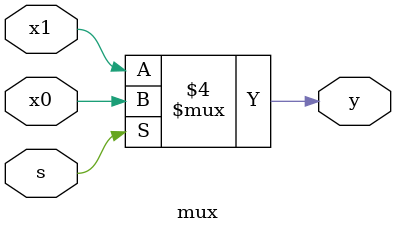
<source format=v>
module mux(x0, x1, s, y);

input x0, x1, s;
output reg y;

always @(x0, x1, s)
begin
if (s == 1)
y = x0;
else
y = x1;
end
endmodule 
</source>
